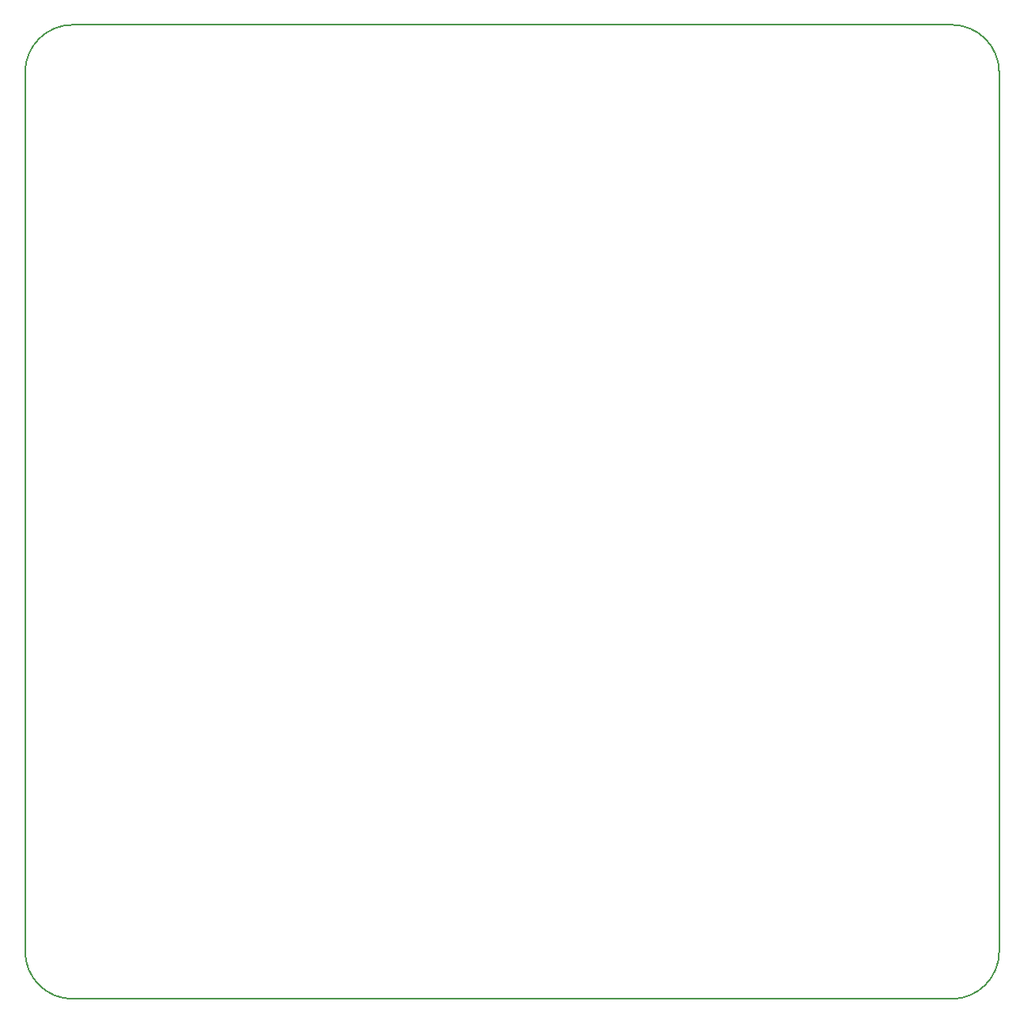
<source format=gbr>
G04 #@! TF.GenerationSoftware,KiCad,Pcbnew,(5.1.5-0-10_14)*
G04 #@! TF.CreationDate,2020-04-15T16:47:41+02:00*
G04 #@! TF.ProjectId,Bottom-Plate,426f7474-6f6d-42d5-906c-6174652e6b69,rev?*
G04 #@! TF.SameCoordinates,Original*
G04 #@! TF.FileFunction,Profile,NP*
%FSLAX46Y46*%
G04 Gerber Fmt 4.6, Leading zero omitted, Abs format (unit mm)*
G04 Created by KiCad (PCBNEW (5.1.5-0-10_14)) date 2020-04-15 16:47:41*
%MOMM*%
%LPD*%
G04 APERTURE LIST*
%ADD10C,0.150000*%
G04 APERTURE END LIST*
D10*
X125730000Y-26670000D02*
G75*
G02X130810000Y-31750000I0J-5080000D01*
G01*
X26670000Y-31750000D02*
G75*
G02X31750000Y-26670000I5080000J0D01*
G01*
X31750000Y-130810000D02*
G75*
G02X26670000Y-125730000I0J5080000D01*
G01*
X130810000Y-125730000D02*
G75*
G02X125730000Y-130810000I-5080000J0D01*
G01*
X125730000Y-130810000D02*
X31750000Y-130810000D01*
X31750000Y-26670000D02*
X125730000Y-26670000D01*
X130810000Y-31750000D02*
X130810000Y-125730000D01*
X26670000Y-125730000D02*
X26670000Y-31750000D01*
M02*

</source>
